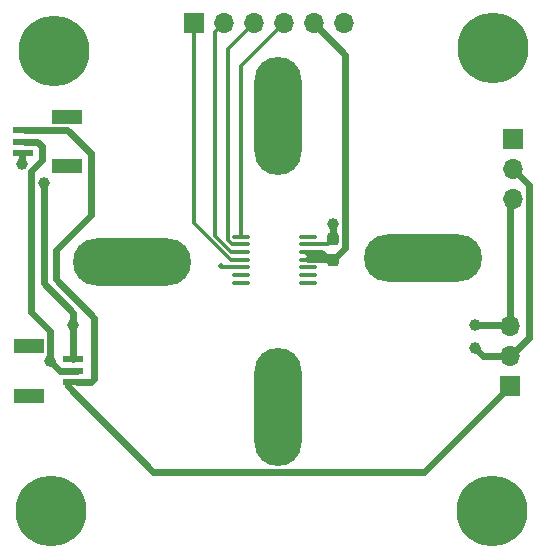
<source format=gbr>
%TF.GenerationSoftware,KiCad,Pcbnew,8.0.1*%
%TF.CreationDate,2024-03-31T21:51:29+08:00*%
%TF.ProjectId,encoder,656e636f-6465-4722-9e6b-696361645f70,rev?*%
%TF.SameCoordinates,Original*%
%TF.FileFunction,Copper,L1,Top*%
%TF.FilePolarity,Positive*%
%FSLAX46Y46*%
G04 Gerber Fmt 4.6, Leading zero omitted, Abs format (unit mm)*
G04 Created by KiCad (PCBNEW 8.0.1) date 2024-03-31 21:51:29*
%MOMM*%
%LPD*%
G01*
G04 APERTURE LIST*
G04 Aperture macros list*
%AMRoundRect*
0 Rectangle with rounded corners*
0 $1 Rounding radius*
0 $2 $3 $4 $5 $6 $7 $8 $9 X,Y pos of 4 corners*
0 Add a 4 corners polygon primitive as box body*
4,1,4,$2,$3,$4,$5,$6,$7,$8,$9,$2,$3,0*
0 Add four circle primitives for the rounded corners*
1,1,$1+$1,$2,$3*
1,1,$1+$1,$4,$5*
1,1,$1+$1,$6,$7*
1,1,$1+$1,$8,$9*
0 Add four rect primitives between the rounded corners*
20,1,$1+$1,$2,$3,$4,$5,0*
20,1,$1+$1,$4,$5,$6,$7,0*
20,1,$1+$1,$6,$7,$8,$9,0*
20,1,$1+$1,$8,$9,$2,$3,0*%
G04 Aperture macros list end*
%TA.AperFunction,ComponentPad*%
%ADD10R,1.700000X1.700000*%
%TD*%
%TA.AperFunction,ComponentPad*%
%ADD11O,1.700000X1.700000*%
%TD*%
%TA.AperFunction,SMDPad,CuDef*%
%ADD12R,1.710000X0.600000*%
%TD*%
%TA.AperFunction,SMDPad,CuDef*%
%ADD13R,2.550000X1.200000*%
%TD*%
%TA.AperFunction,SMDPad,CuDef*%
%ADD14RoundRect,0.237500X0.237500X-0.300000X0.237500X0.300000X-0.237500X0.300000X-0.237500X-0.300000X0*%
%TD*%
%TA.AperFunction,ComponentPad*%
%ADD15O,4.000000X10.000000*%
%TD*%
%TA.AperFunction,ComponentPad*%
%ADD16O,10.000000X4.000000*%
%TD*%
%TA.AperFunction,ComponentPad*%
%ADD17C,3.400000*%
%TD*%
%TA.AperFunction,ConnectorPad*%
%ADD18C,6.000000*%
%TD*%
%TA.AperFunction,SMDPad,CuDef*%
%ADD19RoundRect,0.100000X-0.637500X-0.100000X0.637500X-0.100000X0.637500X0.100000X-0.637500X0.100000X0*%
%TD*%
%TA.AperFunction,ViaPad*%
%ADD20C,0.500000*%
%TD*%
%TA.AperFunction,ViaPad*%
%ADD21C,1.000000*%
%TD*%
%TA.AperFunction,Conductor*%
%ADD22C,0.300000*%
%TD*%
%TA.AperFunction,Conductor*%
%ADD23C,0.600000*%
%TD*%
G04 APERTURE END LIST*
D10*
%TO.P,J2,1,Pin_1*%
%TO.N,/W*%
X160700000Y-63260000D03*
D11*
%TO.P,J2,2,Pin_2*%
%TO.N,/V*%
X160700000Y-65800000D03*
%TO.P,J2,3,Pin_3*%
%TO.N,/U*%
X160700000Y-68340000D03*
%TD*%
D10*
%TO.P,J3,1,Pin_1*%
%TO.N,/MOSI*%
X133650000Y-53500000D03*
D11*
%TO.P,J3,2,Pin_2*%
%TO.N,/MISO*%
X136190000Y-53500000D03*
%TO.P,J3,3,Pin_3*%
%TO.N,/CLK*%
X138730000Y-53500000D03*
%TO.P,J3,4,Pin_4*%
%TO.N,/CS*%
X141270000Y-53500000D03*
%TO.P,J3,5,Pin_5*%
%TO.N,+3V3*%
X143810000Y-53500000D03*
%TO.P,J3,6,Pin_6*%
%TO.N,GND*%
X146350000Y-53500000D03*
%TD*%
D12*
%TO.P,J6,1,Pin_1*%
%TO.N,/U*%
X119220000Y-64500000D03*
%TO.P,J6,2,Pin_2*%
%TO.N,/V*%
X119220000Y-63500000D03*
%TO.P,J6,3,Pin_3*%
%TO.N,/W*%
X119220000Y-62500000D03*
D13*
%TO.P,J6,4*%
%TO.N,N/C*%
X122960000Y-61390000D03*
%TO.P,J6,5*%
X122960000Y-65610000D03*
%TD*%
D14*
%TO.P,C1,1*%
%TO.N,+3V3*%
X145500000Y-73500000D03*
%TO.P,C1,2*%
%TO.N,GND*%
X145500000Y-71775000D03*
%TD*%
D15*
%TO.P,H2,1*%
%TO.N,N/C*%
X140800000Y-86000000D03*
%TD*%
D16*
%TO.P,H4,1*%
%TO.N,N/C*%
X153100000Y-73400000D03*
%TD*%
D17*
%TO.P,H8,1*%
%TO.N,N/C*%
X159000000Y-55600000D03*
D18*
X159000000Y-55600000D03*
%TD*%
D19*
%TO.P,U1,1,~{CS}*%
%TO.N,/CS*%
X137650000Y-71562500D03*
%TO.P,U1,2,CLK*%
%TO.N,/CLK*%
X137650000Y-72212500D03*
%TO.P,U1,3,MISO*%
%TO.N,/MISO*%
X137650000Y-72862500D03*
%TO.P,U1,4,MOSI*%
%TO.N,/MOSI*%
X137650000Y-73512500D03*
%TO.P,U1,5,TST*%
%TO.N,GND*%
X137650000Y-74162500D03*
%TO.P,U1,6,B*%
%TO.N,unconnected-(U1-B-Pad6)*%
X137650000Y-74812500D03*
%TO.P,U1,7,A*%
%TO.N,unconnected-(U1-A-Pad7)*%
X137650000Y-75462500D03*
%TO.P,U1,8,W/PWM*%
%TO.N,unconnected-(U1-W{slash}PWM-Pad8)*%
X143375000Y-75462500D03*
%TO.P,U1,9,V*%
%TO.N,unconnected-(U1-V-Pad9)*%
X143375000Y-74812500D03*
%TO.P,U1,10,U*%
%TO.N,unconnected-(U1-U-Pad10)*%
X143375000Y-74162500D03*
%TO.P,U1,11,VDD*%
%TO.N,+3V3*%
X143375000Y-73512500D03*
%TO.P,U1,12,VDD3V3*%
X143375000Y-72862500D03*
%TO.P,U1,13,GND*%
%TO.N,GND*%
X143375000Y-72212500D03*
%TO.P,U1,14,I/PWM*%
%TO.N,unconnected-(U1-I{slash}PWM-Pad14)*%
X143375000Y-71562500D03*
%TD*%
D12*
%TO.P,J5,1,Pin_1*%
%TO.N,/U*%
X123480000Y-81900000D03*
%TO.P,J5,2,Pin_2*%
%TO.N,/V*%
X123480000Y-82900000D03*
%TO.P,J5,3,Pin_3*%
%TO.N,/W*%
X123480000Y-83900000D03*
D13*
%TO.P,J5,4*%
%TO.N,N/C*%
X119740000Y-85010000D03*
%TO.P,J5,5*%
X119740000Y-80790000D03*
%TD*%
D15*
%TO.P,H3,1*%
%TO.N,N/C*%
X140800000Y-61375000D03*
%TD*%
D16*
%TO.P,H1,1*%
%TO.N,N/C*%
X128475000Y-73700000D03*
%TD*%
D17*
%TO.P,H5,1*%
%TO.N,N/C*%
X121800000Y-55800000D03*
D18*
X121800000Y-55800000D03*
%TD*%
D17*
%TO.P,H7,1*%
%TO.N,N/C*%
X158900000Y-94800000D03*
D18*
X158900000Y-94800000D03*
%TD*%
D10*
%TO.P,J1,1,Pin_1*%
%TO.N,/W*%
X160475000Y-84225000D03*
D11*
%TO.P,J1,2,Pin_2*%
%TO.N,/V*%
X160475000Y-81685000D03*
%TO.P,J1,3,Pin_3*%
%TO.N,/U*%
X160475000Y-79145000D03*
%TD*%
D17*
%TO.P,H6,1*%
%TO.N,N/C*%
X121600000Y-94800000D03*
D18*
X121600000Y-94800000D03*
%TD*%
D20*
%TO.N,GND*%
X136000000Y-74000000D03*
D21*
X145500000Y-70500000D03*
%TO.N,/V*%
X157500000Y-81000000D03*
X121515000Y-82090000D03*
%TO.N,/U*%
X121000000Y-67000000D03*
X123480000Y-79000000D03*
X119088390Y-65391655D03*
X157500000Y-79000000D03*
%TD*%
D22*
%TO.N,GND*%
X136162500Y-74162500D02*
X136000000Y-74000000D01*
X143375000Y-72212500D02*
X145062500Y-72212500D01*
X145062500Y-72212500D02*
X145500000Y-71775000D01*
D23*
X145500000Y-71775000D02*
X145500000Y-70500000D01*
D22*
X137650000Y-74162500D02*
X136162500Y-74162500D01*
D23*
%TO.N,+3V3*%
X145500000Y-73500000D02*
X146500000Y-72500000D01*
X144450000Y-72912500D02*
X143375000Y-72912500D01*
X145462500Y-73462500D02*
X145000000Y-73462500D01*
X146500000Y-56190000D02*
X143810000Y-53500000D01*
X146500000Y-72500000D02*
X146500000Y-56190000D01*
X145500000Y-73500000D02*
X145462500Y-73462500D01*
X145000000Y-73462500D02*
X143375000Y-73462500D01*
X145000000Y-73462500D02*
X144450000Y-72912500D01*
%TO.N,/W*%
X119420000Y-62500000D02*
X122925000Y-62500000D01*
X153200000Y-91500000D02*
X130248629Y-91500000D01*
X122925000Y-62500000D02*
X124935000Y-64510000D01*
X124935000Y-64510000D02*
X124935000Y-69704466D01*
X125200000Y-83000000D02*
X125200000Y-83635000D01*
X122980000Y-84231371D02*
X122980000Y-83900000D01*
X121975000Y-72664466D02*
X121975000Y-75175000D01*
X124935000Y-69704466D02*
X121975000Y-72664466D01*
X125200000Y-83635000D02*
X124935000Y-83900000D01*
X124935000Y-83900000D02*
X123780000Y-83900000D01*
X125200000Y-78400000D02*
X125200000Y-83000000D01*
X121975000Y-75175000D02*
X125200000Y-78400000D01*
X160475000Y-84225000D02*
X153200000Y-91500000D01*
X130248629Y-91500000D02*
X122980000Y-84231371D01*
%TO.N,/V*%
X120400000Y-63500000D02*
X119420000Y-63500000D01*
X157500000Y-81000000D02*
X158185000Y-81685000D01*
X162050000Y-67150000D02*
X162050000Y-80110000D01*
X120800000Y-65075000D02*
X120800000Y-63900000D01*
X119900000Y-77900000D02*
X119900000Y-65975000D01*
X120800000Y-63900000D02*
X120400000Y-63500000D01*
X123780000Y-82900000D02*
X122325000Y-82900000D01*
X122325000Y-82900000D02*
X123480000Y-82900000D01*
X162050000Y-80110000D02*
X160475000Y-81685000D01*
X160700000Y-65800000D02*
X162050000Y-67150000D01*
X121515000Y-82090000D02*
X121515000Y-79515000D01*
X121515000Y-79515000D02*
X119900000Y-77900000D01*
X122325000Y-82900000D02*
X121515000Y-82090000D01*
X158185000Y-81685000D02*
X160475000Y-81685000D01*
X119900000Y-65975000D02*
X120800000Y-65075000D01*
%TO.N,/U*%
X123480000Y-79000000D02*
X123480000Y-77980000D01*
X160475000Y-68565000D02*
X160700000Y-68340000D01*
X121000000Y-75500000D02*
X121000000Y-67000000D01*
X160330000Y-79000000D02*
X160475000Y-79145000D01*
X157500000Y-79000000D02*
X160330000Y-79000000D01*
X119088390Y-65391655D02*
X119088390Y-64631610D01*
X123480000Y-81900000D02*
X123480000Y-79000000D01*
X119088390Y-64631610D02*
X119220000Y-64500000D01*
X160475000Y-79145000D02*
X160475000Y-68565000D01*
X123480000Y-77980000D02*
X121000000Y-75500000D01*
D22*
%TO.N,/MISO*%
X136855395Y-72862500D02*
X135500000Y-71507105D01*
X135500000Y-54190000D02*
X136190000Y-53500000D01*
X137650000Y-72862500D02*
X136855395Y-72862500D01*
X135500000Y-71507105D02*
X135500000Y-54190000D01*
%TO.N,/MOSI*%
X136798289Y-73512500D02*
X133650000Y-70364211D01*
X137650000Y-73512500D02*
X136798289Y-73512500D01*
X133650000Y-70364211D02*
X133650000Y-53500000D01*
%TO.N,/CS*%
X137650000Y-57120000D02*
X141270000Y-53500000D01*
X137650000Y-71562500D02*
X137650000Y-57120000D01*
%TO.N,/CLK*%
X136912501Y-72212500D02*
X136562500Y-71862499D01*
X137650000Y-72212500D02*
X136912501Y-72212500D01*
X136562500Y-71862499D02*
X136562500Y-55667500D01*
X136562500Y-55667500D02*
X138730000Y-53500000D01*
%TD*%
M02*

</source>
